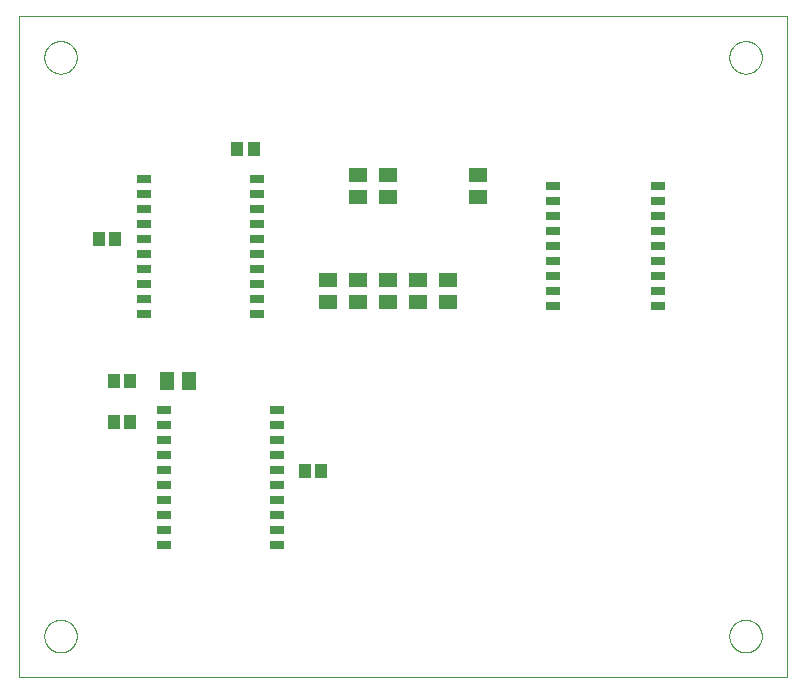
<source format=gbp>
G75*
%MOIN*%
%OFA0B0*%
%FSLAX25Y25*%
%IPPOS*%
%LPD*%
%AMOC8*
5,1,8,0,0,1.08239X$1,22.5*
%
%ADD10C,0.00000*%
%ADD11R,0.03937X0.05118*%
%ADD12R,0.06299X0.05118*%
%ADD13R,0.04500X0.03000*%
%ADD14R,0.05118X0.06299*%
D10*
X0001000Y0001000D02*
X0256906Y0001000D01*
X0256906Y0221472D01*
X0001000Y0221472D01*
X0001000Y0001000D01*
X0009367Y0014780D02*
X0009369Y0014927D01*
X0009375Y0015073D01*
X0009385Y0015219D01*
X0009399Y0015365D01*
X0009417Y0015511D01*
X0009438Y0015656D01*
X0009464Y0015800D01*
X0009494Y0015944D01*
X0009527Y0016086D01*
X0009564Y0016228D01*
X0009605Y0016369D01*
X0009650Y0016508D01*
X0009699Y0016647D01*
X0009751Y0016784D01*
X0009808Y0016919D01*
X0009867Y0017053D01*
X0009931Y0017185D01*
X0009998Y0017315D01*
X0010068Y0017444D01*
X0010142Y0017571D01*
X0010219Y0017695D01*
X0010300Y0017818D01*
X0010384Y0017938D01*
X0010471Y0018056D01*
X0010561Y0018171D01*
X0010654Y0018284D01*
X0010751Y0018395D01*
X0010850Y0018503D01*
X0010952Y0018608D01*
X0011057Y0018710D01*
X0011165Y0018809D01*
X0011276Y0018906D01*
X0011389Y0018999D01*
X0011504Y0019089D01*
X0011622Y0019176D01*
X0011742Y0019260D01*
X0011865Y0019341D01*
X0011989Y0019418D01*
X0012116Y0019492D01*
X0012245Y0019562D01*
X0012375Y0019629D01*
X0012507Y0019693D01*
X0012641Y0019752D01*
X0012776Y0019809D01*
X0012913Y0019861D01*
X0013052Y0019910D01*
X0013191Y0019955D01*
X0013332Y0019996D01*
X0013474Y0020033D01*
X0013616Y0020066D01*
X0013760Y0020096D01*
X0013904Y0020122D01*
X0014049Y0020143D01*
X0014195Y0020161D01*
X0014341Y0020175D01*
X0014487Y0020185D01*
X0014633Y0020191D01*
X0014780Y0020193D01*
X0014927Y0020191D01*
X0015073Y0020185D01*
X0015219Y0020175D01*
X0015365Y0020161D01*
X0015511Y0020143D01*
X0015656Y0020122D01*
X0015800Y0020096D01*
X0015944Y0020066D01*
X0016086Y0020033D01*
X0016228Y0019996D01*
X0016369Y0019955D01*
X0016508Y0019910D01*
X0016647Y0019861D01*
X0016784Y0019809D01*
X0016919Y0019752D01*
X0017053Y0019693D01*
X0017185Y0019629D01*
X0017315Y0019562D01*
X0017444Y0019492D01*
X0017571Y0019418D01*
X0017695Y0019341D01*
X0017818Y0019260D01*
X0017938Y0019176D01*
X0018056Y0019089D01*
X0018171Y0018999D01*
X0018284Y0018906D01*
X0018395Y0018809D01*
X0018503Y0018710D01*
X0018608Y0018608D01*
X0018710Y0018503D01*
X0018809Y0018395D01*
X0018906Y0018284D01*
X0018999Y0018171D01*
X0019089Y0018056D01*
X0019176Y0017938D01*
X0019260Y0017818D01*
X0019341Y0017695D01*
X0019418Y0017571D01*
X0019492Y0017444D01*
X0019562Y0017315D01*
X0019629Y0017185D01*
X0019693Y0017053D01*
X0019752Y0016919D01*
X0019809Y0016784D01*
X0019861Y0016647D01*
X0019910Y0016508D01*
X0019955Y0016369D01*
X0019996Y0016228D01*
X0020033Y0016086D01*
X0020066Y0015944D01*
X0020096Y0015800D01*
X0020122Y0015656D01*
X0020143Y0015511D01*
X0020161Y0015365D01*
X0020175Y0015219D01*
X0020185Y0015073D01*
X0020191Y0014927D01*
X0020193Y0014780D01*
X0020191Y0014633D01*
X0020185Y0014487D01*
X0020175Y0014341D01*
X0020161Y0014195D01*
X0020143Y0014049D01*
X0020122Y0013904D01*
X0020096Y0013760D01*
X0020066Y0013616D01*
X0020033Y0013474D01*
X0019996Y0013332D01*
X0019955Y0013191D01*
X0019910Y0013052D01*
X0019861Y0012913D01*
X0019809Y0012776D01*
X0019752Y0012641D01*
X0019693Y0012507D01*
X0019629Y0012375D01*
X0019562Y0012245D01*
X0019492Y0012116D01*
X0019418Y0011989D01*
X0019341Y0011865D01*
X0019260Y0011742D01*
X0019176Y0011622D01*
X0019089Y0011504D01*
X0018999Y0011389D01*
X0018906Y0011276D01*
X0018809Y0011165D01*
X0018710Y0011057D01*
X0018608Y0010952D01*
X0018503Y0010850D01*
X0018395Y0010751D01*
X0018284Y0010654D01*
X0018171Y0010561D01*
X0018056Y0010471D01*
X0017938Y0010384D01*
X0017818Y0010300D01*
X0017695Y0010219D01*
X0017571Y0010142D01*
X0017444Y0010068D01*
X0017315Y0009998D01*
X0017185Y0009931D01*
X0017053Y0009867D01*
X0016919Y0009808D01*
X0016784Y0009751D01*
X0016647Y0009699D01*
X0016508Y0009650D01*
X0016369Y0009605D01*
X0016228Y0009564D01*
X0016086Y0009527D01*
X0015944Y0009494D01*
X0015800Y0009464D01*
X0015656Y0009438D01*
X0015511Y0009417D01*
X0015365Y0009399D01*
X0015219Y0009385D01*
X0015073Y0009375D01*
X0014927Y0009369D01*
X0014780Y0009367D01*
X0014633Y0009369D01*
X0014487Y0009375D01*
X0014341Y0009385D01*
X0014195Y0009399D01*
X0014049Y0009417D01*
X0013904Y0009438D01*
X0013760Y0009464D01*
X0013616Y0009494D01*
X0013474Y0009527D01*
X0013332Y0009564D01*
X0013191Y0009605D01*
X0013052Y0009650D01*
X0012913Y0009699D01*
X0012776Y0009751D01*
X0012641Y0009808D01*
X0012507Y0009867D01*
X0012375Y0009931D01*
X0012245Y0009998D01*
X0012116Y0010068D01*
X0011989Y0010142D01*
X0011865Y0010219D01*
X0011742Y0010300D01*
X0011622Y0010384D01*
X0011504Y0010471D01*
X0011389Y0010561D01*
X0011276Y0010654D01*
X0011165Y0010751D01*
X0011057Y0010850D01*
X0010952Y0010952D01*
X0010850Y0011057D01*
X0010751Y0011165D01*
X0010654Y0011276D01*
X0010561Y0011389D01*
X0010471Y0011504D01*
X0010384Y0011622D01*
X0010300Y0011742D01*
X0010219Y0011865D01*
X0010142Y0011989D01*
X0010068Y0012116D01*
X0009998Y0012245D01*
X0009931Y0012375D01*
X0009867Y0012507D01*
X0009808Y0012641D01*
X0009751Y0012776D01*
X0009699Y0012913D01*
X0009650Y0013052D01*
X0009605Y0013191D01*
X0009564Y0013332D01*
X0009527Y0013474D01*
X0009494Y0013616D01*
X0009464Y0013760D01*
X0009438Y0013904D01*
X0009417Y0014049D01*
X0009399Y0014195D01*
X0009385Y0014341D01*
X0009375Y0014487D01*
X0009369Y0014633D01*
X0009367Y0014780D01*
X0009367Y0207693D02*
X0009369Y0207840D01*
X0009375Y0207986D01*
X0009385Y0208132D01*
X0009399Y0208278D01*
X0009417Y0208424D01*
X0009438Y0208569D01*
X0009464Y0208713D01*
X0009494Y0208857D01*
X0009527Y0208999D01*
X0009564Y0209141D01*
X0009605Y0209282D01*
X0009650Y0209421D01*
X0009699Y0209560D01*
X0009751Y0209697D01*
X0009808Y0209832D01*
X0009867Y0209966D01*
X0009931Y0210098D01*
X0009998Y0210228D01*
X0010068Y0210357D01*
X0010142Y0210484D01*
X0010219Y0210608D01*
X0010300Y0210731D01*
X0010384Y0210851D01*
X0010471Y0210969D01*
X0010561Y0211084D01*
X0010654Y0211197D01*
X0010751Y0211308D01*
X0010850Y0211416D01*
X0010952Y0211521D01*
X0011057Y0211623D01*
X0011165Y0211722D01*
X0011276Y0211819D01*
X0011389Y0211912D01*
X0011504Y0212002D01*
X0011622Y0212089D01*
X0011742Y0212173D01*
X0011865Y0212254D01*
X0011989Y0212331D01*
X0012116Y0212405D01*
X0012245Y0212475D01*
X0012375Y0212542D01*
X0012507Y0212606D01*
X0012641Y0212665D01*
X0012776Y0212722D01*
X0012913Y0212774D01*
X0013052Y0212823D01*
X0013191Y0212868D01*
X0013332Y0212909D01*
X0013474Y0212946D01*
X0013616Y0212979D01*
X0013760Y0213009D01*
X0013904Y0213035D01*
X0014049Y0213056D01*
X0014195Y0213074D01*
X0014341Y0213088D01*
X0014487Y0213098D01*
X0014633Y0213104D01*
X0014780Y0213106D01*
X0014927Y0213104D01*
X0015073Y0213098D01*
X0015219Y0213088D01*
X0015365Y0213074D01*
X0015511Y0213056D01*
X0015656Y0213035D01*
X0015800Y0213009D01*
X0015944Y0212979D01*
X0016086Y0212946D01*
X0016228Y0212909D01*
X0016369Y0212868D01*
X0016508Y0212823D01*
X0016647Y0212774D01*
X0016784Y0212722D01*
X0016919Y0212665D01*
X0017053Y0212606D01*
X0017185Y0212542D01*
X0017315Y0212475D01*
X0017444Y0212405D01*
X0017571Y0212331D01*
X0017695Y0212254D01*
X0017818Y0212173D01*
X0017938Y0212089D01*
X0018056Y0212002D01*
X0018171Y0211912D01*
X0018284Y0211819D01*
X0018395Y0211722D01*
X0018503Y0211623D01*
X0018608Y0211521D01*
X0018710Y0211416D01*
X0018809Y0211308D01*
X0018906Y0211197D01*
X0018999Y0211084D01*
X0019089Y0210969D01*
X0019176Y0210851D01*
X0019260Y0210731D01*
X0019341Y0210608D01*
X0019418Y0210484D01*
X0019492Y0210357D01*
X0019562Y0210228D01*
X0019629Y0210098D01*
X0019693Y0209966D01*
X0019752Y0209832D01*
X0019809Y0209697D01*
X0019861Y0209560D01*
X0019910Y0209421D01*
X0019955Y0209282D01*
X0019996Y0209141D01*
X0020033Y0208999D01*
X0020066Y0208857D01*
X0020096Y0208713D01*
X0020122Y0208569D01*
X0020143Y0208424D01*
X0020161Y0208278D01*
X0020175Y0208132D01*
X0020185Y0207986D01*
X0020191Y0207840D01*
X0020193Y0207693D01*
X0020191Y0207546D01*
X0020185Y0207400D01*
X0020175Y0207254D01*
X0020161Y0207108D01*
X0020143Y0206962D01*
X0020122Y0206817D01*
X0020096Y0206673D01*
X0020066Y0206529D01*
X0020033Y0206387D01*
X0019996Y0206245D01*
X0019955Y0206104D01*
X0019910Y0205965D01*
X0019861Y0205826D01*
X0019809Y0205689D01*
X0019752Y0205554D01*
X0019693Y0205420D01*
X0019629Y0205288D01*
X0019562Y0205158D01*
X0019492Y0205029D01*
X0019418Y0204902D01*
X0019341Y0204778D01*
X0019260Y0204655D01*
X0019176Y0204535D01*
X0019089Y0204417D01*
X0018999Y0204302D01*
X0018906Y0204189D01*
X0018809Y0204078D01*
X0018710Y0203970D01*
X0018608Y0203865D01*
X0018503Y0203763D01*
X0018395Y0203664D01*
X0018284Y0203567D01*
X0018171Y0203474D01*
X0018056Y0203384D01*
X0017938Y0203297D01*
X0017818Y0203213D01*
X0017695Y0203132D01*
X0017571Y0203055D01*
X0017444Y0202981D01*
X0017315Y0202911D01*
X0017185Y0202844D01*
X0017053Y0202780D01*
X0016919Y0202721D01*
X0016784Y0202664D01*
X0016647Y0202612D01*
X0016508Y0202563D01*
X0016369Y0202518D01*
X0016228Y0202477D01*
X0016086Y0202440D01*
X0015944Y0202407D01*
X0015800Y0202377D01*
X0015656Y0202351D01*
X0015511Y0202330D01*
X0015365Y0202312D01*
X0015219Y0202298D01*
X0015073Y0202288D01*
X0014927Y0202282D01*
X0014780Y0202280D01*
X0014633Y0202282D01*
X0014487Y0202288D01*
X0014341Y0202298D01*
X0014195Y0202312D01*
X0014049Y0202330D01*
X0013904Y0202351D01*
X0013760Y0202377D01*
X0013616Y0202407D01*
X0013474Y0202440D01*
X0013332Y0202477D01*
X0013191Y0202518D01*
X0013052Y0202563D01*
X0012913Y0202612D01*
X0012776Y0202664D01*
X0012641Y0202721D01*
X0012507Y0202780D01*
X0012375Y0202844D01*
X0012245Y0202911D01*
X0012116Y0202981D01*
X0011989Y0203055D01*
X0011865Y0203132D01*
X0011742Y0203213D01*
X0011622Y0203297D01*
X0011504Y0203384D01*
X0011389Y0203474D01*
X0011276Y0203567D01*
X0011165Y0203664D01*
X0011057Y0203763D01*
X0010952Y0203865D01*
X0010850Y0203970D01*
X0010751Y0204078D01*
X0010654Y0204189D01*
X0010561Y0204302D01*
X0010471Y0204417D01*
X0010384Y0204535D01*
X0010300Y0204655D01*
X0010219Y0204778D01*
X0010142Y0204902D01*
X0010068Y0205029D01*
X0009998Y0205158D01*
X0009931Y0205288D01*
X0009867Y0205420D01*
X0009808Y0205554D01*
X0009751Y0205689D01*
X0009699Y0205826D01*
X0009650Y0205965D01*
X0009605Y0206104D01*
X0009564Y0206245D01*
X0009527Y0206387D01*
X0009494Y0206529D01*
X0009464Y0206673D01*
X0009438Y0206817D01*
X0009417Y0206962D01*
X0009399Y0207108D01*
X0009385Y0207254D01*
X0009375Y0207400D01*
X0009369Y0207546D01*
X0009367Y0207693D01*
X0237713Y0207693D02*
X0237715Y0207840D01*
X0237721Y0207986D01*
X0237731Y0208132D01*
X0237745Y0208278D01*
X0237763Y0208424D01*
X0237784Y0208569D01*
X0237810Y0208713D01*
X0237840Y0208857D01*
X0237873Y0208999D01*
X0237910Y0209141D01*
X0237951Y0209282D01*
X0237996Y0209421D01*
X0238045Y0209560D01*
X0238097Y0209697D01*
X0238154Y0209832D01*
X0238213Y0209966D01*
X0238277Y0210098D01*
X0238344Y0210228D01*
X0238414Y0210357D01*
X0238488Y0210484D01*
X0238565Y0210608D01*
X0238646Y0210731D01*
X0238730Y0210851D01*
X0238817Y0210969D01*
X0238907Y0211084D01*
X0239000Y0211197D01*
X0239097Y0211308D01*
X0239196Y0211416D01*
X0239298Y0211521D01*
X0239403Y0211623D01*
X0239511Y0211722D01*
X0239622Y0211819D01*
X0239735Y0211912D01*
X0239850Y0212002D01*
X0239968Y0212089D01*
X0240088Y0212173D01*
X0240211Y0212254D01*
X0240335Y0212331D01*
X0240462Y0212405D01*
X0240591Y0212475D01*
X0240721Y0212542D01*
X0240853Y0212606D01*
X0240987Y0212665D01*
X0241122Y0212722D01*
X0241259Y0212774D01*
X0241398Y0212823D01*
X0241537Y0212868D01*
X0241678Y0212909D01*
X0241820Y0212946D01*
X0241962Y0212979D01*
X0242106Y0213009D01*
X0242250Y0213035D01*
X0242395Y0213056D01*
X0242541Y0213074D01*
X0242687Y0213088D01*
X0242833Y0213098D01*
X0242979Y0213104D01*
X0243126Y0213106D01*
X0243273Y0213104D01*
X0243419Y0213098D01*
X0243565Y0213088D01*
X0243711Y0213074D01*
X0243857Y0213056D01*
X0244002Y0213035D01*
X0244146Y0213009D01*
X0244290Y0212979D01*
X0244432Y0212946D01*
X0244574Y0212909D01*
X0244715Y0212868D01*
X0244854Y0212823D01*
X0244993Y0212774D01*
X0245130Y0212722D01*
X0245265Y0212665D01*
X0245399Y0212606D01*
X0245531Y0212542D01*
X0245661Y0212475D01*
X0245790Y0212405D01*
X0245917Y0212331D01*
X0246041Y0212254D01*
X0246164Y0212173D01*
X0246284Y0212089D01*
X0246402Y0212002D01*
X0246517Y0211912D01*
X0246630Y0211819D01*
X0246741Y0211722D01*
X0246849Y0211623D01*
X0246954Y0211521D01*
X0247056Y0211416D01*
X0247155Y0211308D01*
X0247252Y0211197D01*
X0247345Y0211084D01*
X0247435Y0210969D01*
X0247522Y0210851D01*
X0247606Y0210731D01*
X0247687Y0210608D01*
X0247764Y0210484D01*
X0247838Y0210357D01*
X0247908Y0210228D01*
X0247975Y0210098D01*
X0248039Y0209966D01*
X0248098Y0209832D01*
X0248155Y0209697D01*
X0248207Y0209560D01*
X0248256Y0209421D01*
X0248301Y0209282D01*
X0248342Y0209141D01*
X0248379Y0208999D01*
X0248412Y0208857D01*
X0248442Y0208713D01*
X0248468Y0208569D01*
X0248489Y0208424D01*
X0248507Y0208278D01*
X0248521Y0208132D01*
X0248531Y0207986D01*
X0248537Y0207840D01*
X0248539Y0207693D01*
X0248537Y0207546D01*
X0248531Y0207400D01*
X0248521Y0207254D01*
X0248507Y0207108D01*
X0248489Y0206962D01*
X0248468Y0206817D01*
X0248442Y0206673D01*
X0248412Y0206529D01*
X0248379Y0206387D01*
X0248342Y0206245D01*
X0248301Y0206104D01*
X0248256Y0205965D01*
X0248207Y0205826D01*
X0248155Y0205689D01*
X0248098Y0205554D01*
X0248039Y0205420D01*
X0247975Y0205288D01*
X0247908Y0205158D01*
X0247838Y0205029D01*
X0247764Y0204902D01*
X0247687Y0204778D01*
X0247606Y0204655D01*
X0247522Y0204535D01*
X0247435Y0204417D01*
X0247345Y0204302D01*
X0247252Y0204189D01*
X0247155Y0204078D01*
X0247056Y0203970D01*
X0246954Y0203865D01*
X0246849Y0203763D01*
X0246741Y0203664D01*
X0246630Y0203567D01*
X0246517Y0203474D01*
X0246402Y0203384D01*
X0246284Y0203297D01*
X0246164Y0203213D01*
X0246041Y0203132D01*
X0245917Y0203055D01*
X0245790Y0202981D01*
X0245661Y0202911D01*
X0245531Y0202844D01*
X0245399Y0202780D01*
X0245265Y0202721D01*
X0245130Y0202664D01*
X0244993Y0202612D01*
X0244854Y0202563D01*
X0244715Y0202518D01*
X0244574Y0202477D01*
X0244432Y0202440D01*
X0244290Y0202407D01*
X0244146Y0202377D01*
X0244002Y0202351D01*
X0243857Y0202330D01*
X0243711Y0202312D01*
X0243565Y0202298D01*
X0243419Y0202288D01*
X0243273Y0202282D01*
X0243126Y0202280D01*
X0242979Y0202282D01*
X0242833Y0202288D01*
X0242687Y0202298D01*
X0242541Y0202312D01*
X0242395Y0202330D01*
X0242250Y0202351D01*
X0242106Y0202377D01*
X0241962Y0202407D01*
X0241820Y0202440D01*
X0241678Y0202477D01*
X0241537Y0202518D01*
X0241398Y0202563D01*
X0241259Y0202612D01*
X0241122Y0202664D01*
X0240987Y0202721D01*
X0240853Y0202780D01*
X0240721Y0202844D01*
X0240591Y0202911D01*
X0240462Y0202981D01*
X0240335Y0203055D01*
X0240211Y0203132D01*
X0240088Y0203213D01*
X0239968Y0203297D01*
X0239850Y0203384D01*
X0239735Y0203474D01*
X0239622Y0203567D01*
X0239511Y0203664D01*
X0239403Y0203763D01*
X0239298Y0203865D01*
X0239196Y0203970D01*
X0239097Y0204078D01*
X0239000Y0204189D01*
X0238907Y0204302D01*
X0238817Y0204417D01*
X0238730Y0204535D01*
X0238646Y0204655D01*
X0238565Y0204778D01*
X0238488Y0204902D01*
X0238414Y0205029D01*
X0238344Y0205158D01*
X0238277Y0205288D01*
X0238213Y0205420D01*
X0238154Y0205554D01*
X0238097Y0205689D01*
X0238045Y0205826D01*
X0237996Y0205965D01*
X0237951Y0206104D01*
X0237910Y0206245D01*
X0237873Y0206387D01*
X0237840Y0206529D01*
X0237810Y0206673D01*
X0237784Y0206817D01*
X0237763Y0206962D01*
X0237745Y0207108D01*
X0237731Y0207254D01*
X0237721Y0207400D01*
X0237715Y0207546D01*
X0237713Y0207693D01*
X0237713Y0014780D02*
X0237715Y0014927D01*
X0237721Y0015073D01*
X0237731Y0015219D01*
X0237745Y0015365D01*
X0237763Y0015511D01*
X0237784Y0015656D01*
X0237810Y0015800D01*
X0237840Y0015944D01*
X0237873Y0016086D01*
X0237910Y0016228D01*
X0237951Y0016369D01*
X0237996Y0016508D01*
X0238045Y0016647D01*
X0238097Y0016784D01*
X0238154Y0016919D01*
X0238213Y0017053D01*
X0238277Y0017185D01*
X0238344Y0017315D01*
X0238414Y0017444D01*
X0238488Y0017571D01*
X0238565Y0017695D01*
X0238646Y0017818D01*
X0238730Y0017938D01*
X0238817Y0018056D01*
X0238907Y0018171D01*
X0239000Y0018284D01*
X0239097Y0018395D01*
X0239196Y0018503D01*
X0239298Y0018608D01*
X0239403Y0018710D01*
X0239511Y0018809D01*
X0239622Y0018906D01*
X0239735Y0018999D01*
X0239850Y0019089D01*
X0239968Y0019176D01*
X0240088Y0019260D01*
X0240211Y0019341D01*
X0240335Y0019418D01*
X0240462Y0019492D01*
X0240591Y0019562D01*
X0240721Y0019629D01*
X0240853Y0019693D01*
X0240987Y0019752D01*
X0241122Y0019809D01*
X0241259Y0019861D01*
X0241398Y0019910D01*
X0241537Y0019955D01*
X0241678Y0019996D01*
X0241820Y0020033D01*
X0241962Y0020066D01*
X0242106Y0020096D01*
X0242250Y0020122D01*
X0242395Y0020143D01*
X0242541Y0020161D01*
X0242687Y0020175D01*
X0242833Y0020185D01*
X0242979Y0020191D01*
X0243126Y0020193D01*
X0243273Y0020191D01*
X0243419Y0020185D01*
X0243565Y0020175D01*
X0243711Y0020161D01*
X0243857Y0020143D01*
X0244002Y0020122D01*
X0244146Y0020096D01*
X0244290Y0020066D01*
X0244432Y0020033D01*
X0244574Y0019996D01*
X0244715Y0019955D01*
X0244854Y0019910D01*
X0244993Y0019861D01*
X0245130Y0019809D01*
X0245265Y0019752D01*
X0245399Y0019693D01*
X0245531Y0019629D01*
X0245661Y0019562D01*
X0245790Y0019492D01*
X0245917Y0019418D01*
X0246041Y0019341D01*
X0246164Y0019260D01*
X0246284Y0019176D01*
X0246402Y0019089D01*
X0246517Y0018999D01*
X0246630Y0018906D01*
X0246741Y0018809D01*
X0246849Y0018710D01*
X0246954Y0018608D01*
X0247056Y0018503D01*
X0247155Y0018395D01*
X0247252Y0018284D01*
X0247345Y0018171D01*
X0247435Y0018056D01*
X0247522Y0017938D01*
X0247606Y0017818D01*
X0247687Y0017695D01*
X0247764Y0017571D01*
X0247838Y0017444D01*
X0247908Y0017315D01*
X0247975Y0017185D01*
X0248039Y0017053D01*
X0248098Y0016919D01*
X0248155Y0016784D01*
X0248207Y0016647D01*
X0248256Y0016508D01*
X0248301Y0016369D01*
X0248342Y0016228D01*
X0248379Y0016086D01*
X0248412Y0015944D01*
X0248442Y0015800D01*
X0248468Y0015656D01*
X0248489Y0015511D01*
X0248507Y0015365D01*
X0248521Y0015219D01*
X0248531Y0015073D01*
X0248537Y0014927D01*
X0248539Y0014780D01*
X0248537Y0014633D01*
X0248531Y0014487D01*
X0248521Y0014341D01*
X0248507Y0014195D01*
X0248489Y0014049D01*
X0248468Y0013904D01*
X0248442Y0013760D01*
X0248412Y0013616D01*
X0248379Y0013474D01*
X0248342Y0013332D01*
X0248301Y0013191D01*
X0248256Y0013052D01*
X0248207Y0012913D01*
X0248155Y0012776D01*
X0248098Y0012641D01*
X0248039Y0012507D01*
X0247975Y0012375D01*
X0247908Y0012245D01*
X0247838Y0012116D01*
X0247764Y0011989D01*
X0247687Y0011865D01*
X0247606Y0011742D01*
X0247522Y0011622D01*
X0247435Y0011504D01*
X0247345Y0011389D01*
X0247252Y0011276D01*
X0247155Y0011165D01*
X0247056Y0011057D01*
X0246954Y0010952D01*
X0246849Y0010850D01*
X0246741Y0010751D01*
X0246630Y0010654D01*
X0246517Y0010561D01*
X0246402Y0010471D01*
X0246284Y0010384D01*
X0246164Y0010300D01*
X0246041Y0010219D01*
X0245917Y0010142D01*
X0245790Y0010068D01*
X0245661Y0009998D01*
X0245531Y0009931D01*
X0245399Y0009867D01*
X0245265Y0009808D01*
X0245130Y0009751D01*
X0244993Y0009699D01*
X0244854Y0009650D01*
X0244715Y0009605D01*
X0244574Y0009564D01*
X0244432Y0009527D01*
X0244290Y0009494D01*
X0244146Y0009464D01*
X0244002Y0009438D01*
X0243857Y0009417D01*
X0243711Y0009399D01*
X0243565Y0009385D01*
X0243419Y0009375D01*
X0243273Y0009369D01*
X0243126Y0009367D01*
X0242979Y0009369D01*
X0242833Y0009375D01*
X0242687Y0009385D01*
X0242541Y0009399D01*
X0242395Y0009417D01*
X0242250Y0009438D01*
X0242106Y0009464D01*
X0241962Y0009494D01*
X0241820Y0009527D01*
X0241678Y0009564D01*
X0241537Y0009605D01*
X0241398Y0009650D01*
X0241259Y0009699D01*
X0241122Y0009751D01*
X0240987Y0009808D01*
X0240853Y0009867D01*
X0240721Y0009931D01*
X0240591Y0009998D01*
X0240462Y0010068D01*
X0240335Y0010142D01*
X0240211Y0010219D01*
X0240088Y0010300D01*
X0239968Y0010384D01*
X0239850Y0010471D01*
X0239735Y0010561D01*
X0239622Y0010654D01*
X0239511Y0010751D01*
X0239403Y0010850D01*
X0239298Y0010952D01*
X0239196Y0011057D01*
X0239097Y0011165D01*
X0239000Y0011276D01*
X0238907Y0011389D01*
X0238817Y0011504D01*
X0238730Y0011622D01*
X0238646Y0011742D01*
X0238565Y0011865D01*
X0238488Y0011989D01*
X0238414Y0012116D01*
X0238344Y0012245D01*
X0238277Y0012375D01*
X0238213Y0012507D01*
X0238154Y0012641D01*
X0238097Y0012776D01*
X0238045Y0012913D01*
X0237996Y0013052D01*
X0237951Y0013191D01*
X0237910Y0013332D01*
X0237873Y0013474D01*
X0237840Y0013616D01*
X0237810Y0013760D01*
X0237784Y0013904D01*
X0237763Y0014049D01*
X0237745Y0014195D01*
X0237731Y0014341D01*
X0237721Y0014487D01*
X0237715Y0014633D01*
X0237713Y0014780D01*
D11*
X0101709Y0069780D03*
X0096197Y0069780D03*
X0037959Y0086030D03*
X0032447Y0086030D03*
X0032447Y0099780D03*
X0037959Y0099780D03*
X0032959Y0147280D03*
X0027447Y0147280D03*
X0073697Y0177280D03*
X0079209Y0177280D03*
D12*
X0113953Y0168520D03*
X0113953Y0161039D03*
X0123953Y0161039D03*
X0123953Y0168520D03*
X0153953Y0168520D03*
X0153953Y0161039D03*
X0143953Y0133520D03*
X0143953Y0126039D03*
X0133953Y0126039D03*
X0123953Y0126039D03*
X0123953Y0133520D03*
X0133953Y0133520D03*
X0113953Y0133520D03*
X0113953Y0126039D03*
X0103953Y0126039D03*
X0103953Y0133520D03*
D13*
X0080303Y0132280D03*
X0080303Y0137280D03*
X0080303Y0142280D03*
X0080303Y0147280D03*
X0080303Y0152280D03*
X0080303Y0157280D03*
X0080303Y0162280D03*
X0080303Y0167280D03*
X0042603Y0167280D03*
X0042603Y0162280D03*
X0042603Y0157280D03*
X0042603Y0152280D03*
X0042603Y0147280D03*
X0042603Y0142280D03*
X0042603Y0137280D03*
X0042603Y0132280D03*
X0042603Y0127280D03*
X0042603Y0122280D03*
X0049103Y0090280D03*
X0049103Y0085280D03*
X0049103Y0080280D03*
X0049103Y0075280D03*
X0049103Y0070280D03*
X0049103Y0065280D03*
X0049103Y0060280D03*
X0049103Y0055280D03*
X0049103Y0050280D03*
X0049103Y0045280D03*
X0086803Y0045280D03*
X0086803Y0050280D03*
X0086803Y0055280D03*
X0086803Y0060280D03*
X0086803Y0065280D03*
X0086803Y0070280D03*
X0086803Y0075280D03*
X0086803Y0080280D03*
X0086803Y0085280D03*
X0086803Y0090280D03*
X0080303Y0122280D03*
X0080303Y0127280D03*
X0178853Y0129780D03*
X0178853Y0134780D03*
X0178853Y0139780D03*
X0178853Y0144780D03*
X0178853Y0149780D03*
X0178853Y0154780D03*
X0178853Y0159780D03*
X0178853Y0164780D03*
X0214053Y0164780D03*
X0214053Y0159780D03*
X0214053Y0154780D03*
X0214053Y0149780D03*
X0214053Y0144780D03*
X0214053Y0139780D03*
X0214053Y0134780D03*
X0214053Y0129780D03*
X0214053Y0124780D03*
X0178853Y0124780D03*
D14*
X0057693Y0099780D03*
X0050213Y0099780D03*
M02*

</source>
